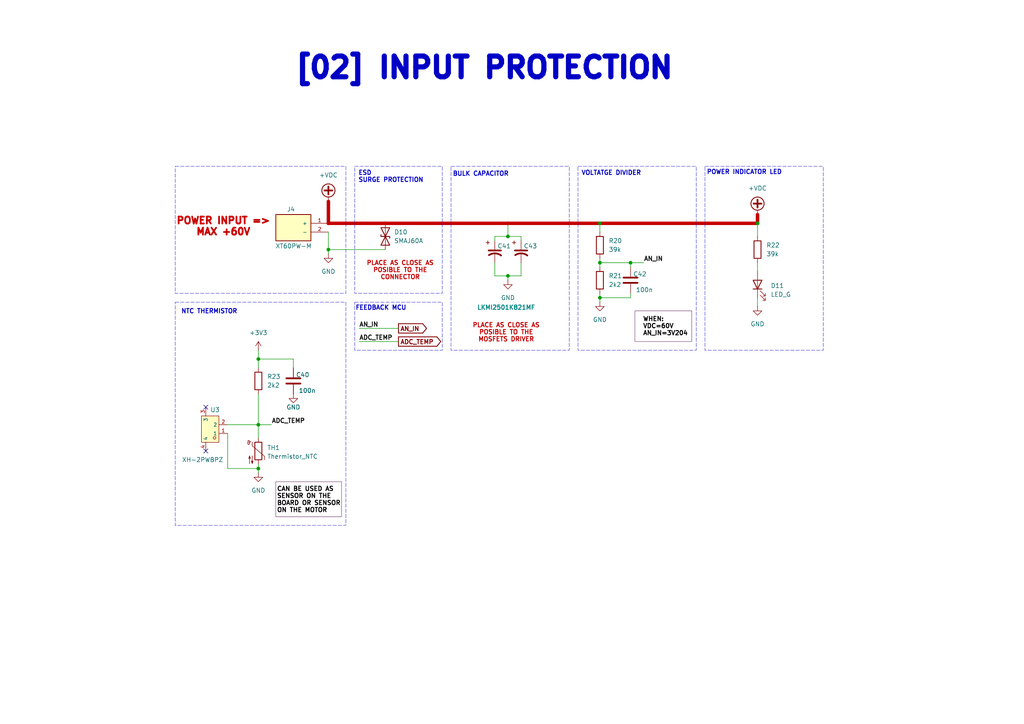
<source format=kicad_sch>
(kicad_sch (version 20231120) (generator "eeschema") (generator_version "8.0")
  (paper "A4")
  (title_block (title "Example Project") (date "2024-12-16") (rev "Rev01_1") (company "AKK Electronics") (comment 3 "aungkyawkhaing96.ece@gmail.com") (comment 4 "Aung Kyaw Khaing"))
  (lib_symbols
    (symbol "Device:C" (pin_numbers hide) (pin_names (offset 0.254))
      (property "Reference" "C" (at 0.635 2.54 0))
      (property "Value" "C" (at 0.635 -2.54 0))
      (symbol "C_0_1"
        (polyline (pts (xy -2.032 -0.762) (xy 2.032 -0.762)) (stroke (width 0.508)))
        (polyline (pts (xy -2.032 0.762) (xy 2.032 0.762)) (stroke (width 0.508)))
      )
      (symbol "C_1_1"
        (pin passive line (at 0 3.81 270) (length 2.794) (name "~") (number "1"))
        (pin passive line (at 0 -3.81 90) (length 2.794) (name "~") (number "2"))
      )
    )
    (symbol "Device:D_TVS" (pin_numbers hide) (pin_names (offset 1.016) hide)
      (property "Reference" "D" (at 0 2.54 0))
      (property "Value" "D_TVS" (at 0 -2.54 0))
      (symbol "D_TVS_0_1"
        (polyline (pts (xy 1.27 0) (xy -1.27 0)))
        (polyline (pts (xy 0.508 1.27) (xy 0 1.27) (xy 0 -1.27) (xy -0.508 -1.27)) (stroke (width 0.254)))
        (polyline (pts (xy -2.54 1.27) (xy -2.54 -1.27) (xy 2.54 1.27) (xy 2.54 -1.27) (xy -2.54 1.27)) (stroke (width 0.254)))
      )
      (symbol "D_TVS_1_1"
        (pin passive line (at -3.81 0 0) (length 2.54) (name "A1") (number "1"))
        (pin passive line (at 3.81 0 180) (length 2.54) (name "A2") (number "2"))
      )
    )
    (symbol "Device:LED" (pin_numbers hide) (pin_names (offset 1.016) hide)
      (property "Reference" "D" (at 0 2.54 0))
      (property "Value" "LED" (at 0 -2.54 0))
      (symbol "LED_0_1"
        (polyline (pts (xy -1.27 -1.27) (xy -1.27 1.27)) (stroke (width 0.254)))
        (polyline (pts (xy -1.27 0) (xy 1.27 0)))
        (polyline (pts (xy 1.27 -1.27) (xy 1.27 1.27) (xy -1.27 0) (xy 1.27 -1.27)) (stroke (width 0.254)))
        (polyline (pts (xy -3.048 -0.762) (xy -4.572 -2.286) (xy -3.81 -2.286) (xy -4.572 -2.286) (xy -4.572 -1.524)))
        (polyline (pts (xy -1.778 -0.762) (xy -3.302 -2.286) (xy -2.54 -2.286) (xy -3.302 -2.286) (xy -3.302 -1.524)))
      )
      (symbol "LED_1_1"
        (pin passive line (at -3.81 0 0) (length 2.54) (name "K") (number "1"))
        (pin passive line (at 3.81 0 180) (length 2.54) (name "A") (number "2"))
      )
    )
    (symbol "Device:R" (pin_numbers hide) (pin_names (offset 0))
      (property "Reference" "R" (at 2.032 0 90))
      (property "Value" "R" (at 0 0 90))
      (symbol "R_0_1"
        (rectangle (start -1.016 -2.54) (end 1.016 2.54) (stroke (width 0.254)))
      )
      (symbol "R_1_1"
        (pin passive line (at 0 3.81 270) (length 1.27) (name "~") (number "1"))
        (pin passive line (at 0 -3.81 90) (length 1.27) (name "~") (number "2"))
      )
    )
    (symbol "Device:Thermistor_NTC" (pin_numbers hide) (pin_names (offset 0))
      (property "Reference" "TH" (at -4.445 0 90))
      (property "Value" "Thermistor_NTC" (at 3.175 0 90))
      (symbol "Thermistor_NTC_0_1"
        (arc (start -3.048 2.159) (mid -3.0495 2.3143) (end -3.175 2.413))
        (arc (start -3.048 2.159) (mid -2.9736 1.9794) (end -2.794 1.905))
        (arc (start -3.048 2.794) (mid -2.9736 2.6144) (end -2.794 2.54))
        (arc (start -2.794 1.905) (mid -2.6144 1.9794) (end -2.54 2.159))
        (arc (start -2.794 2.54) (mid -2.4393 2.5587) (end -2.159 2.794))
        (arc (start -2.794 3.048) (mid -2.9736 2.9736) (end -3.048 2.794))
        (arc (start -2.54 2.794) (mid -2.6144 2.9736) (end -2.794 3.048))
        (rectangle (start -1.016 2.54) (end 1.016 -2.54) (stroke (width 0.254)))
        (polyline (pts (xy -2.54 2.159) (xy -2.54 2.794)))
        (polyline (pts (xy -1.778 2.54) (xy -1.778 1.524) (xy 1.778 -1.524) (xy 1.778 -2.54)))
        (polyline (pts (xy -2.54 -3.683) (xy -2.54 -1.397) (xy -2.794 -2.159) (xy -2.286 -2.159) (xy -2.54 -1.397) (xy -2.54 -1.651)) (fill (type outline)))
        (polyline (pts (xy -1.778 -1.397) (xy -1.778 -3.683) (xy -2.032 -2.921) (xy -1.524 -2.921) (xy -1.778 -3.683) (xy -1.778 -3.429)) (fill (type outline)))
      )
      (symbol "Thermistor_NTC_1_1"
        (pin passive line (at 0 3.81 270) (length 1.27) (name "~") (number "1"))
        (pin passive line (at 0 -3.81 90) (length 1.27) (name "~") (number "2"))
      )
    )
    (symbol "LKMI2501K821MF:LKMI2501K821MF" (pin_numbers hide)
      (property "Reference" "C" (at 1.27 2.032 0))
      (property "Value" "LKMI2501K821MF" (at 12.192 -1.524 0))
      (symbol "LKMI2501K821MF_0_1"
        (rectangle (start -2.54 2.032) (end -1.524 2.0066) (fill (type background)))
        (rectangle (start -2.032 2.54) (end -2.0066 1.524) (fill (type background)))
        (polyline (pts (xy -1.778 -0.254) (xy 1.778 -0.254)) (stroke (width 0.5)))
        (arc (start 1.8159 -1.7114) (mid 0.0818 -1.0932) (end -1.6837 -1.615) (stroke (width 0.5)))
        (pin passive line (at 0 -3.81 90) (length 2.54) (name "~") (number "2"))
      )
      (symbol "LKMI2501K821MF_1_1"
        (pin passive line (at 0 2.54 270) (length 2.54) (name "~") (number "1"))
      )
    )
    (symbol "XH-2PWBPZ:XH-2PWBPZ"
      (property "Reference" "U" (at 0 1.27 0))
      (property "Value" "XH-2PWBPZ" (at 0 -2.54 0))
      (symbol "XH-2PWBPZ_0_1"
        (rectangle (start -1.27 3.81) (end 3.81 -3.81) (fill (type background)))
        (circle (center 0 2.54) (radius 0.381) (fill (type background)))
        (pin unspecified line (at -3.81 1.27 0) (length 2.54) (name "1") (number "1"))
        (pin unspecified line (at -3.81 -1.27 0) (length 2.54) (name "2") (number "2"))
        (pin unspecified line (at 2.54 -6.35 90) (length 2.54) (name "3") (number "3"))
        (pin unspecified line (at 2.54 6.35 270) (length 2.54) (name "4") (number "4"))
      )
    )
    (symbol "XT60PW:XT60PW-M" (pin_names (offset 1.016))
      (property "Reference" "J" (at -5.08 5.7234 0))
      (property "Value" "XT60PW-M" (at -5.08 -5.0923 0))
      (symbol "XT60PW-M_0_0"
        (rectangle (start -5.08 -2.54) (end 5.08 5.08) (stroke (width 0.254)) (fill (type background)))
        (pin passive line (at -10.16 2.54 0) (length 5.08) (name "+") (number "1"))
        (pin passive line (at -10.16 0 0) (length 5.08) (name "-") (number "2"))
      )
    )
    (symbol "power:+3V3" (power) (pin_numbers hide) (pin_names (offset 0) hide)
      (property "Value" "+3V3" (at 0 3.556 0))
      (symbol "+3V3_0_1"
        (polyline (pts (xy -0.762 1.27) (xy 0 2.54)))
        (polyline (pts (xy 0 0) (xy 0 2.54)))
        (polyline (pts (xy 0 2.54) (xy 0.762 1.27)))
      )
      (symbol "+3V3_1_1"
        (pin power_in line (at 0 0 90) (length 0) (name "~") (number "1"))
      )
    )
    (symbol "power:+VDC" (power) (pin_numbers hide) (pin_names (offset 0) hide)
      (property "Value" "+VDC" (at 0 6.35 0))
      (symbol "+VDC_0_1"
        (polyline (pts (xy -1.143 3.175) (xy 1.143 3.175)) (stroke (width 0.508)))
        (polyline (pts (xy 0 0) (xy 0 1.27)))
        (polyline (pts (xy 0 2.032) (xy 0 4.318)) (stroke (width 0.508)))
        (circle (center 0 3.175) (radius 1.905) (stroke (width 0.254)))
      )
      (symbol "+VDC_1_1"
        (pin power_in line (at 0 0 90) (length 0) (name "~") (number "1"))
      )
    )
    (symbol "power:GND" (power) (pin_numbers hide) (pin_names (offset 0) hide)
      (property "Value" "GND" (at 0 -3.81 0))
      (symbol "GND_0_1"
        (polyline (pts (xy 0 0) (xy 0 -1.27) (xy 1.27 -1.27) (xy 0 -2.54) (xy -1.27 -1.27) (xy 0 -1.27)))
      )
      (symbol "GND_1_1"
        (pin power_in line (at 0 0 270) (length 0) (name "~") (number "1"))
      )
    )
  )
  (junction (at 173.99 64.77))
  (junction (at 182.88 76.2))
  (junction (at 95.25 72.39))
  (junction (at 95.25 64.77) (color 194 0 0 1))
  (junction (at 173.99 86.36))
  (junction (at 74.93 123.19))
  (junction (at 74.93 104.14))
  (junction (at 111.76 64.77) (color 194 0 0 1))
  (junction (at 173.99 76.2))
  (junction (at 74.93 135.89))
  (junction (at 219.71 64.77))
  (junction (at 147.32 80.01))
  (junction (at 147.32 68.58))
  (junction (at 147.32 64.77) (color 194 0 0 1))
  (no_connect (at 59.69 130.81))
  (no_connect (at 59.69 118.11))
  (wire (pts (xy 74.93 101.6) (xy 74.93 104.14)))
  (wire (pts (xy 74.93 134.62) (xy 74.93 135.89)))
  (wire (pts (xy 74.93 135.89) (xy 74.93 137.16)))
  (wire (pts (xy 173.99 86.36) (xy 173.99 87.63)))
  (wire (pts (xy 151.13 68.58) (xy 147.32 68.58)))
  (wire (pts (xy 74.93 104.14) (xy 74.93 106.68)))
  (wire (pts (xy 182.88 77.47) (xy 182.88 76.2)))
  (wire (pts (xy 104.14 95.25) (xy 115.57 95.25)))
  (wire (pts (xy 95.25 72.39) (xy 95.25 73.66)))
  (wire (pts (xy 66.04 125.73) (xy 66.04 135.89)))
  (wire (pts (xy 147.32 80.01) (xy 151.13 80.01)))
  (wire (pts (xy 147.32 81.28) (xy 147.32 80.01)))
  (wire (pts (xy 147.32 68.58) (xy 147.32 64.77)))
  (wire (pts (xy 151.13 76.2) (xy 151.13 80.01)))
  (wire (pts (xy 74.93 114.3) (xy 74.93 123.19)))
  (wire (pts (xy 173.99 67.31) (xy 173.99 64.77)))
  (wire (pts (xy 219.71 76.2) (xy 219.71 78.74)))
  (wire (pts (xy 74.93 104.14) (xy 85.09 104.14)))
  (wire (pts (xy 219.71 86.36) (xy 219.71 88.9)))
  (wire (pts (xy 182.88 76.2) (xy 186.69 76.2)))
  (wire (pts (xy 173.99 64.77) (xy 219.71 64.77)) (stroke (width 1) (color 194 0 0 1)))
  (wire (pts (xy 74.93 123.19) (xy 78.74 123.19)))
  (wire (pts (xy 85.09 106.68) (xy 85.09 104.14)))
  (wire (pts (xy 147.32 68.58) (xy 143.51 68.58)))
  (wire (pts (xy 74.93 123.19) (xy 74.93 127)))
  (wire (pts (xy 143.51 76.2) (xy 143.51 80.01)))
  (wire (pts (xy 151.13 69.85) (xy 151.13 68.58)))
  (wire (pts (xy 66.04 123.19) (xy 74.93 123.19)))
  (wire (pts (xy 143.51 80.01) (xy 147.32 80.01)))
  (wire (pts (xy 104.14 99.06) (xy 115.57 99.06)))
  (wire (pts (xy 66.04 135.89) (xy 74.93 135.89)))
  (wire (pts (xy 219.71 62.23) (xy 219.71 64.77)) (stroke (width 1) (color 194 0 0 1)))
  (wire (pts (xy 95.25 72.39) (xy 111.76 72.39)))
  (wire (pts (xy 219.71 64.77) (xy 219.71 68.58)))
  (wire (pts (xy 95.25 67.31) (xy 95.25 72.39)))
  (wire (pts (xy 173.99 85.09) (xy 173.99 86.36)))
  (wire (pts (xy 95.25 64.77) (xy 111.76 64.77)) (stroke (width 1) (color 194 0 0 1)))
  (wire (pts (xy 143.51 68.58) (xy 143.51 69.85)))
  (wire (pts (xy 182.88 76.2) (xy 173.99 76.2)))
  (wire (pts (xy 182.88 85.09) (xy 182.88 86.36)))
  (wire (pts (xy 182.88 86.36) (xy 173.99 86.36)))
  (wire (pts (xy 173.99 64.77) (xy 147.32 64.77)) (stroke (width 1) (color 194 0 0 1)))
  (wire (pts (xy 147.32 64.77) (xy 111.76 64.77)) (stroke (width 1) (color 194 0 0 1)))
  (wire (pts (xy 95.25 58.42) (xy 95.25 64.77)) (stroke (width 1) (color 194 0 0 1)))
  (wire (pts (xy 173.99 74.93) (xy 173.99 76.2)))
  (wire (pts (xy 173.99 76.2) (xy 173.99 77.47)))
  (rectangle (start 184.15 90.17) (end 200.66 99.06) (stroke (width 0.1) (color 72 0 72 1)))
  (rectangle (start 102.87 48.26) (end 128.27 85.09) (stroke (width 0.1) (type dash)))
  (rectangle (start 102.87 87.63) (end 128.27 101.6) (stroke (width 0.1) (type dash)))
  (rectangle (start 80.01 139.7) (end 99.06 149.86) (stroke (width 0.1) (color 72 0 72 1)))
  (rectangle (start 130.81 48.26) (end 165.1 101.6) (stroke (width 0.1) (type dash)))
  (rectangle (start 204.47 48.26) (end 238.76 101.6) (stroke (width 0.1) (type dash)))
  (rectangle (start 50.8 48.26) (end 100.33 85.09) (stroke (width 0.1) (type dash)))
  (rectangle (start 167.64 48.26) (end 201.93 101.6) (stroke (width 0.1) (type dash)))
  (rectangle (start 50.8 87.63) (end 100.33 152.4) (stroke (width 0.1) (type dash)))
  (text "POWER INDICATOR LED" (at 215.9 50.038 0) (effects (font (size 1.27 1.27) (bold yes))))
  (text "FEEDBACK MCU" (at 110.49 89.408 0) (effects (font (size 1.27 1.27) (bold yes))))
  (text "VOLTATGE DIVIDER" (at 177.292 50.292 0) (effects (font (size 1.27 1.27) (bold yes))))
  (text "POWER INPUT =>\nMAX +60V" (at 64.77 65.786 0) (effects (font (size 2 2) (thickness 0.6) (bold yes))))
  (text "[02] INPUT PROTECTION" (at 140.462 19.812 0) (effects (font (size 6 6) (thickness 1.6) (bold yes))))
  (text "LKMI2501K821MF" (at 146.812 89.408 0) (effects (font (size 1.27 1.27) (bold yes))))
  (text "NTC THERMISTOR" (at 60.706 90.424 0) (effects (font (size 1.27 1.27) (bold yes))))
  (text "CAN BE USED AS\nSENSOR ON THE \nBOARD OR SENSOR\nON THE MOTOR" (at 80.264 145.034 0) (effects (font (size 1.27 1.27) (bold yes)) (justify left)))
  (text "ESD\nSURGE PROTECTION" (at 103.886 51.308 0) (effects (font (size 1.27 1.27) (bold yes)) (justify left)))
  (text "PLACE AS CLOSE AS\nPOSIBLE TO THE\nMOSFETS DRIVER" (at 146.812 96.52 0) (effects (font (size 1.27 1.27) (bold yes))))
  (text "PLACE AS CLOSE AS\nPOSIBLE TO THE\nCONNECTOR" (at 116.078 78.486 0) (effects (font (size 1.27 1.27) (bold yes))))
  (text "WHEN:\nVDC=60V\nAN_IN=3V204" (at 186.436 94.742 0) (effects (font (size 1.27 1.27) (bold yes)) (justify left)))
  (text "BULK CAPACITOR" (at 139.446 50.546 0) (effects (font (size 1.27 1.27) (bold yes))))
  (label "AN_IN" (at 104.14 95.25 0) (effects (font (bold yes))))
  (label "ADC_TEMP" (at 78.74 123.19 0) (effects (font (thickness 0.254) (bold yes))))
  (label "AN_IN" (at 186.69 76.2 0) (effects (font (thickness 0.254) (bold yes))))
  (label "ADC_TEMP" (at 104.14 99.06 0) (effects (font (bold yes))))
  (global_label "AN_IN" (shape output) (at 115.57 95.25 0) (effects (font (bold yes))) (property "Intersheetrefs" "${INTERSHEET_REFS}" (effects (hide yes))))
  (global_label "ADC_TEMP" (shape output) (at 115.57 99.06 0) (effects (font (bold yes))) (property "Intersheetrefs" "${INTERSHEET_REFS}" (effects (hide yes))))
  (symbol (lib_id "power:GND") (at 95.25 73.66 0) (unit 1)
    (property "Reference" "#PWR043" (effects (hide yes)))
    (property "Value" "GND" (at 95.25 78.74 0))
    (property "Description" "Power symbol creates a global label with name \"GND\" , ground" (effects (hide yes)))
  )
  (symbol (lib_id "Device:R") (at 219.71 72.39 0) (unit 1)
    (property "Reference" "R22" (at 222.25 71.1199 0) (effects (justify left)))
    (property "Value" "39k" (at 222.25 73.6599 0) (effects (justify left)))
    (property "Description" "Resistor" (effects (hide yes)))
  )
  (symbol (lib_id "Device:R") (at 173.99 81.28 0) (unit 1)
    (property "Reference" "R21" (at 176.53 80.0099 0) (effects (justify left)))
    (property "Value" "2k2" (at 176.53 82.5499 0) (effects (justify left)))
    (property "Description" "Resistor" (effects (hide yes)))
  )
  (symbol (lib_id "Device:Thermistor_NTC") (at 74.93 130.81 0) (unit 1)
    (property "Reference" "TH1" (at 77.47 129.8574 0) (effects (justify left)))
    (property "Value" "Thermistor_NTC" (at 77.47 132.3974 0) (effects (justify left)))
    (property "Description" "Temperature dependent resistor, negative temperature coefficient" (effects (hide yes)))
  )
  (symbol (lib_id "Device:C") (at 182.88 81.28 0) (unit 1)
    (property "Reference" "C42" (at 183.642 79.502 0) (effects (justify left)))
    (property "Value" "100n" (at 184.404 84.074 0) (effects (justify left)))
    (property "Description" "Unpolarized capacitor" (effects (hide yes)))
  )
  (symbol (lib_id "power:GND") (at 85.09 114.3 0) (unit 1)
    (property "Reference" "#PWR051" (effects (hide yes)))
    (property "Value" "GND" (at 85.09 118.11 0))
    (property "Description" "Power symbol creates a global label with name \"GND\" , ground" (effects (hide yes)))
  )
  (symbol (lib_id "power:GND") (at 74.93 137.16 0) (unit 1)
    (property "Reference" "#PWR048" (effects (hide yes)))
    (property "Value" "GND" (at 74.93 142.24 0))
    (property "Description" "Power symbol creates a global label with name \"GND\" , ground" (effects (hide yes)))
  )
  (symbol (lib_id "power:+VDC") (at 219.71 62.23 0) (unit 1)
    (property "Reference" "#PWR050" (effects (hide yes)))
    (property "Value" "+VDC" (at 219.71 54.61 0))
    (property "Description" "Power symbol creates a global label with name \"+VDC\"" (effects (hide yes)))
  )
  (symbol (lib_id "Device:LED") (at 219.71 82.55 90) (unit 1)
    (property "Reference" "D11" (at 223.52 82.8674 90) (effects (justify right)))
    (property "Value" "LED_G" (at 223.52 85.4074 90) (effects (justify right)))
    (property "Description" "Light emitting diode" (effects (hide yes)))
  )
  (symbol (lib_id "XH-2PWBPZ:XH-2PWBPZ") (at 62.23 124.46 180) (unit 1)
    (property "Reference" "U3" (at 63.754 118.872 0) (effects (justify left)))
    (property "Value" "XH-2PWBPZ" (at 64.77 133.35 0) (effects (justify left)))
    (property "Footprint" "CONN_footprint_lib:CONN-SMD_XH-2PWBPZ" (effects (hide yes)))
    (property "Datasheet" "https://item.szlcsc.com/2791035.html" (effects (hide yes)))
    (property "LCSC" "C2687444" (effects (hide yes)))
  )
  (symbol (lib_id "XT60PW:XT60PW-M") (at 85.09 67.31 0) (mirror y) (unit 1)
    (property "Reference" "J4" (at 85.598 60.706 0) (effects (justify left)))
    (property "Value" "XT60PW-M" (at 90.424 71.374 0) (effects (justify left)))
    (property "Footprint" "XT60PW-M:AMASS_XT60PW-M" (effects (hide yes)))
    (property "MF" "AMASS" (effects (hide yes)))
    (property "MAXIMUM_PACKAGE_HEIGHT" "8.4 mm" (effects (hide yes)))
    (property "Package" "Package" (effects (hide yes)))
    (property "Price" "None" (effects (hide yes)))
    (property "Check_prices" "https://www.snapeda.com/parts/XT60PW-M/AMASS/view-part/?ref=eda" (effects (hide yes)))
    (property "STANDARD" "Manufacturer recommendations" (effects (hide yes)))
    (property "PARTREV" "V1.2" (effects (hide yes)))
    (property "SnapEDA_Link" "https://www.snapeda.com/parts/XT60PW-M/AMASS/view-part/?ref=snap" (effects (hide yes)))
    (property "MP" "XT60PW-M" (effects (hide yes)))
    (property "Description_1" "\n                        \n                            Socket, DC supply, male, PIN: 2\n                        \n" (effects (hide yes)))
    (property "Availability" "Not in stock" (effects (hide yes)))
    (property "MANUFACTURER" "AMASS" (effects (hide yes)))
  )
  (symbol (lib_id "power:GND") (at 147.32 81.28 0) (unit 1)
    (property "Reference" "#PWR045" (effects (hide yes)))
    (property "Value" "GND" (at 147.32 86.36 0))
    (property "Description" "Power symbol creates a global label with name \"GND\" , ground" (effects (hide yes)))
  )
  (symbol (lib_id "Device:C") (at 85.09 110.49 0) (unit 1)
    (property "Reference" "C40" (at 85.852 108.712 0) (effects (justify left)))
    (property "Value" "100n" (at 86.614 113.284 0) (effects (justify left)))
    (property "Description" "Unpolarized capacitor" (effects (hide yes)))
  )
  (symbol (lib_id "LKMI2501K821MF:LKMI2501K821MF") (at 143.51 72.39 0) (unit 1)
    (property "Reference" "C41" (at 144.272 71.374 0) (effects (justify left)))
    (property "Value" "LKMI2501K821MF" (effects (hide yes)))
    (property "Footprint" "LKMI2501K821MF_footprint_lib:CAP-TH_BD16.0-P7.50-D1.2-FD" (effects (hide yes)))
    (property "Datasheet" "https://item.szlcsc.com/48887.html" (effects (hide yes)))
    (property "LCSC" "C443097" (effects (hide yes)))
  )
  (symbol (lib_id "power:GND") (at 219.71 88.9 0) (unit 1)
    (property "Reference" "#PWR047" (effects (hide yes)))
    (property "Value" "GND" (at 219.71 93.98 0))
    (property "Description" "Power symbol creates a global label with name \"GND\" , ground" (effects (hide yes)))
  )
  (symbol (lib_id "Device:R") (at 173.99 71.12 0) (unit 1)
    (property "Reference" "R20" (at 176.53 69.8499 0) (effects (justify left)))
    (property "Value" "39k" (at 176.53 72.3899 0) (effects (justify left)))
    (property "Description" "Resistor" (effects (hide yes)))
  )
  (symbol (lib_id "Device:R") (at 74.93 110.49 0) (unit 1)
    (property "Reference" "R23" (at 77.47 109.2199 0) (effects (justify left)))
    (property "Value" "2k2" (at 77.47 111.7599 0) (effects (justify left)))
    (property "Description" "Resistor" (effects (hide yes)))
  )
  (symbol (lib_id "LKMI2501K821MF:LKMI2501K821MF") (at 151.13 72.39 0) (unit 1)
    (property "Reference" "C43" (at 151.892 71.374 0) (effects (justify left)))
    (property "Value" "LKMI2501K821MF" (effects (hide yes)))
    (property "Footprint" "LKMI2501K821MF_footprint_lib:CAP-TH_BD16.0-P7.50-D1.2-FD" (effects (hide yes)))
    (property "Datasheet" "https://item.szlcsc.com/48887.html" (effects (hide yes)))
    (property "LCSC" "C443097" (effects (hide yes)))
  )
  (symbol (lib_id "power:+3V3") (at 74.93 101.6 0) (unit 1)
    (property "Reference" "#PWR049" (effects (hide yes)))
    (property "Value" "+3V3" (at 74.93 96.52 0))
    (property "Description" "Power symbol creates a global label with name \"+3V3\"" (effects (hide yes)))
  )
  (symbol (lib_id "power:GND") (at 173.99 87.63 0) (unit 1)
    (property "Reference" "#PWR046" (effects (hide yes)))
    (property "Value" "GND" (at 173.99 92.71 0))
    (property "Description" "Power symbol creates a global label with name \"GND\" , ground" (effects (hide yes)))
  )
  (symbol (lib_id "Device:D_TVS") (at 111.76 68.58 90) (unit 1)
    (property "Reference" "D10" (at 114.3 67.3099 90) (effects (justify right)))
    (property "Value" "SMAJ60A" (at 114.3 69.8499 90) (effects (justify right)))
    (property "Description" "Bidirectional transient-voltage-suppression diode" (effects (hide yes)))
  )
  (symbol (lib_id "power:+VDC") (at 95.25 58.42 0) (unit 1)
    (property "Reference" "#PWR044" (effects (hide yes)))
    (property "Value" "+VDC" (at 95.25 50.8 0))
    (property "Description" "Power symbol creates a global label with name \"+VDC\"" (effects (hide yes)))
  )
)
</source>
